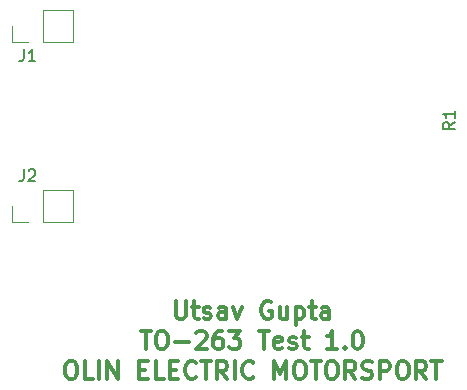
<source format=gbr>
G04 #@! TF.FileFunction,Legend,Top*
%FSLAX46Y46*%
G04 Gerber Fmt 4.6, Leading zero omitted, Abs format (unit mm)*
G04 Created by KiCad (PCBNEW 4.0.7-e2-6376~58~ubuntu16.04.1) date Fri Nov 24 11:23:52 2017*
%MOMM*%
%LPD*%
G01*
G04 APERTURE LIST*
%ADD10C,0.100000*%
%ADD11C,0.300000*%
%ADD12C,0.120000*%
%ADD13C,0.150000*%
G04 APERTURE END LIST*
D10*
D11*
X125469999Y-124908571D02*
X125755713Y-124908571D01*
X125898571Y-124980000D01*
X126041428Y-125122857D01*
X126112856Y-125408571D01*
X126112856Y-125908571D01*
X126041428Y-126194286D01*
X125898571Y-126337143D01*
X125755713Y-126408571D01*
X125469999Y-126408571D01*
X125327142Y-126337143D01*
X125184285Y-126194286D01*
X125112856Y-125908571D01*
X125112856Y-125408571D01*
X125184285Y-125122857D01*
X125327142Y-124980000D01*
X125469999Y-124908571D01*
X127470000Y-126408571D02*
X126755714Y-126408571D01*
X126755714Y-124908571D01*
X127970000Y-126408571D02*
X127970000Y-124908571D01*
X128684286Y-126408571D02*
X128684286Y-124908571D01*
X129541429Y-126408571D01*
X129541429Y-124908571D01*
X131398572Y-125622857D02*
X131898572Y-125622857D01*
X132112858Y-126408571D02*
X131398572Y-126408571D01*
X131398572Y-124908571D01*
X132112858Y-124908571D01*
X133470001Y-126408571D02*
X132755715Y-126408571D01*
X132755715Y-124908571D01*
X133970001Y-125622857D02*
X134470001Y-125622857D01*
X134684287Y-126408571D02*
X133970001Y-126408571D01*
X133970001Y-124908571D01*
X134684287Y-124908571D01*
X136184287Y-126265714D02*
X136112858Y-126337143D01*
X135898572Y-126408571D01*
X135755715Y-126408571D01*
X135541430Y-126337143D01*
X135398572Y-126194286D01*
X135327144Y-126051429D01*
X135255715Y-125765714D01*
X135255715Y-125551429D01*
X135327144Y-125265714D01*
X135398572Y-125122857D01*
X135541430Y-124980000D01*
X135755715Y-124908571D01*
X135898572Y-124908571D01*
X136112858Y-124980000D01*
X136184287Y-125051429D01*
X136612858Y-124908571D02*
X137470001Y-124908571D01*
X137041430Y-126408571D02*
X137041430Y-124908571D01*
X138827144Y-126408571D02*
X138327144Y-125694286D01*
X137970001Y-126408571D02*
X137970001Y-124908571D01*
X138541429Y-124908571D01*
X138684287Y-124980000D01*
X138755715Y-125051429D01*
X138827144Y-125194286D01*
X138827144Y-125408571D01*
X138755715Y-125551429D01*
X138684287Y-125622857D01*
X138541429Y-125694286D01*
X137970001Y-125694286D01*
X139470001Y-126408571D02*
X139470001Y-124908571D01*
X141041430Y-126265714D02*
X140970001Y-126337143D01*
X140755715Y-126408571D01*
X140612858Y-126408571D01*
X140398573Y-126337143D01*
X140255715Y-126194286D01*
X140184287Y-126051429D01*
X140112858Y-125765714D01*
X140112858Y-125551429D01*
X140184287Y-125265714D01*
X140255715Y-125122857D01*
X140398573Y-124980000D01*
X140612858Y-124908571D01*
X140755715Y-124908571D01*
X140970001Y-124980000D01*
X141041430Y-125051429D01*
X142827144Y-126408571D02*
X142827144Y-124908571D01*
X143327144Y-125980000D01*
X143827144Y-124908571D01*
X143827144Y-126408571D01*
X144827144Y-124908571D02*
X145112858Y-124908571D01*
X145255716Y-124980000D01*
X145398573Y-125122857D01*
X145470001Y-125408571D01*
X145470001Y-125908571D01*
X145398573Y-126194286D01*
X145255716Y-126337143D01*
X145112858Y-126408571D01*
X144827144Y-126408571D01*
X144684287Y-126337143D01*
X144541430Y-126194286D01*
X144470001Y-125908571D01*
X144470001Y-125408571D01*
X144541430Y-125122857D01*
X144684287Y-124980000D01*
X144827144Y-124908571D01*
X145898573Y-124908571D02*
X146755716Y-124908571D01*
X146327145Y-126408571D02*
X146327145Y-124908571D01*
X147541430Y-124908571D02*
X147827144Y-124908571D01*
X147970002Y-124980000D01*
X148112859Y-125122857D01*
X148184287Y-125408571D01*
X148184287Y-125908571D01*
X148112859Y-126194286D01*
X147970002Y-126337143D01*
X147827144Y-126408571D01*
X147541430Y-126408571D01*
X147398573Y-126337143D01*
X147255716Y-126194286D01*
X147184287Y-125908571D01*
X147184287Y-125408571D01*
X147255716Y-125122857D01*
X147398573Y-124980000D01*
X147541430Y-124908571D01*
X149684288Y-126408571D02*
X149184288Y-125694286D01*
X148827145Y-126408571D02*
X148827145Y-124908571D01*
X149398573Y-124908571D01*
X149541431Y-124980000D01*
X149612859Y-125051429D01*
X149684288Y-125194286D01*
X149684288Y-125408571D01*
X149612859Y-125551429D01*
X149541431Y-125622857D01*
X149398573Y-125694286D01*
X148827145Y-125694286D01*
X150255716Y-126337143D02*
X150470002Y-126408571D01*
X150827145Y-126408571D01*
X150970002Y-126337143D01*
X151041431Y-126265714D01*
X151112859Y-126122857D01*
X151112859Y-125980000D01*
X151041431Y-125837143D01*
X150970002Y-125765714D01*
X150827145Y-125694286D01*
X150541431Y-125622857D01*
X150398573Y-125551429D01*
X150327145Y-125480000D01*
X150255716Y-125337143D01*
X150255716Y-125194286D01*
X150327145Y-125051429D01*
X150398573Y-124980000D01*
X150541431Y-124908571D01*
X150898573Y-124908571D01*
X151112859Y-124980000D01*
X151755716Y-126408571D02*
X151755716Y-124908571D01*
X152327144Y-124908571D01*
X152470002Y-124980000D01*
X152541430Y-125051429D01*
X152612859Y-125194286D01*
X152612859Y-125408571D01*
X152541430Y-125551429D01*
X152470002Y-125622857D01*
X152327144Y-125694286D01*
X151755716Y-125694286D01*
X153541430Y-124908571D02*
X153827144Y-124908571D01*
X153970002Y-124980000D01*
X154112859Y-125122857D01*
X154184287Y-125408571D01*
X154184287Y-125908571D01*
X154112859Y-126194286D01*
X153970002Y-126337143D01*
X153827144Y-126408571D01*
X153541430Y-126408571D01*
X153398573Y-126337143D01*
X153255716Y-126194286D01*
X153184287Y-125908571D01*
X153184287Y-125408571D01*
X153255716Y-125122857D01*
X153398573Y-124980000D01*
X153541430Y-124908571D01*
X155684288Y-126408571D02*
X155184288Y-125694286D01*
X154827145Y-126408571D02*
X154827145Y-124908571D01*
X155398573Y-124908571D01*
X155541431Y-124980000D01*
X155612859Y-125051429D01*
X155684288Y-125194286D01*
X155684288Y-125408571D01*
X155612859Y-125551429D01*
X155541431Y-125622857D01*
X155398573Y-125694286D01*
X154827145Y-125694286D01*
X156112859Y-124908571D02*
X156970002Y-124908571D01*
X156541431Y-126408571D02*
X156541431Y-124908571D01*
X134470000Y-119823571D02*
X134470000Y-121037857D01*
X134541428Y-121180714D01*
X134612857Y-121252143D01*
X134755714Y-121323571D01*
X135041428Y-121323571D01*
X135184286Y-121252143D01*
X135255714Y-121180714D01*
X135327143Y-121037857D01*
X135327143Y-119823571D01*
X135827143Y-120323571D02*
X136398572Y-120323571D01*
X136041429Y-119823571D02*
X136041429Y-121109286D01*
X136112857Y-121252143D01*
X136255715Y-121323571D01*
X136398572Y-121323571D01*
X136827143Y-121252143D02*
X136970000Y-121323571D01*
X137255715Y-121323571D01*
X137398572Y-121252143D01*
X137470000Y-121109286D01*
X137470000Y-121037857D01*
X137398572Y-120895000D01*
X137255715Y-120823571D01*
X137041429Y-120823571D01*
X136898572Y-120752143D01*
X136827143Y-120609286D01*
X136827143Y-120537857D01*
X136898572Y-120395000D01*
X137041429Y-120323571D01*
X137255715Y-120323571D01*
X137398572Y-120395000D01*
X138755715Y-121323571D02*
X138755715Y-120537857D01*
X138684286Y-120395000D01*
X138541429Y-120323571D01*
X138255715Y-120323571D01*
X138112858Y-120395000D01*
X138755715Y-121252143D02*
X138612858Y-121323571D01*
X138255715Y-121323571D01*
X138112858Y-121252143D01*
X138041429Y-121109286D01*
X138041429Y-120966429D01*
X138112858Y-120823571D01*
X138255715Y-120752143D01*
X138612858Y-120752143D01*
X138755715Y-120680714D01*
X139327144Y-120323571D02*
X139684287Y-121323571D01*
X140041429Y-120323571D01*
X142541429Y-119895000D02*
X142398572Y-119823571D01*
X142184286Y-119823571D01*
X141970001Y-119895000D01*
X141827143Y-120037857D01*
X141755715Y-120180714D01*
X141684286Y-120466429D01*
X141684286Y-120680714D01*
X141755715Y-120966429D01*
X141827143Y-121109286D01*
X141970001Y-121252143D01*
X142184286Y-121323571D01*
X142327143Y-121323571D01*
X142541429Y-121252143D01*
X142612858Y-121180714D01*
X142612858Y-120680714D01*
X142327143Y-120680714D01*
X143898572Y-120323571D02*
X143898572Y-121323571D01*
X143255715Y-120323571D02*
X143255715Y-121109286D01*
X143327143Y-121252143D01*
X143470001Y-121323571D01*
X143684286Y-121323571D01*
X143827143Y-121252143D01*
X143898572Y-121180714D01*
X144612858Y-120323571D02*
X144612858Y-121823571D01*
X144612858Y-120395000D02*
X144755715Y-120323571D01*
X145041429Y-120323571D01*
X145184286Y-120395000D01*
X145255715Y-120466429D01*
X145327144Y-120609286D01*
X145327144Y-121037857D01*
X145255715Y-121180714D01*
X145184286Y-121252143D01*
X145041429Y-121323571D01*
X144755715Y-121323571D01*
X144612858Y-121252143D01*
X145755715Y-120323571D02*
X146327144Y-120323571D01*
X145970001Y-119823571D02*
X145970001Y-121109286D01*
X146041429Y-121252143D01*
X146184287Y-121323571D01*
X146327144Y-121323571D01*
X147470001Y-121323571D02*
X147470001Y-120537857D01*
X147398572Y-120395000D01*
X147255715Y-120323571D01*
X146970001Y-120323571D01*
X146827144Y-120395000D01*
X147470001Y-121252143D02*
X147327144Y-121323571D01*
X146970001Y-121323571D01*
X146827144Y-121252143D01*
X146755715Y-121109286D01*
X146755715Y-120966429D01*
X146827144Y-120823571D01*
X146970001Y-120752143D01*
X147327144Y-120752143D01*
X147470001Y-120680714D01*
X131505715Y-122373571D02*
X132362858Y-122373571D01*
X131934287Y-123873571D02*
X131934287Y-122373571D01*
X133148572Y-122373571D02*
X133434286Y-122373571D01*
X133577144Y-122445000D01*
X133720001Y-122587857D01*
X133791429Y-122873571D01*
X133791429Y-123373571D01*
X133720001Y-123659286D01*
X133577144Y-123802143D01*
X133434286Y-123873571D01*
X133148572Y-123873571D01*
X133005715Y-123802143D01*
X132862858Y-123659286D01*
X132791429Y-123373571D01*
X132791429Y-122873571D01*
X132862858Y-122587857D01*
X133005715Y-122445000D01*
X133148572Y-122373571D01*
X134434287Y-123302143D02*
X135577144Y-123302143D01*
X136220001Y-122516429D02*
X136291430Y-122445000D01*
X136434287Y-122373571D01*
X136791430Y-122373571D01*
X136934287Y-122445000D01*
X137005716Y-122516429D01*
X137077144Y-122659286D01*
X137077144Y-122802143D01*
X137005716Y-123016429D01*
X136148573Y-123873571D01*
X137077144Y-123873571D01*
X138362858Y-122373571D02*
X138077144Y-122373571D01*
X137934287Y-122445000D01*
X137862858Y-122516429D01*
X137720001Y-122730714D01*
X137648572Y-123016429D01*
X137648572Y-123587857D01*
X137720001Y-123730714D01*
X137791429Y-123802143D01*
X137934287Y-123873571D01*
X138220001Y-123873571D01*
X138362858Y-123802143D01*
X138434287Y-123730714D01*
X138505715Y-123587857D01*
X138505715Y-123230714D01*
X138434287Y-123087857D01*
X138362858Y-123016429D01*
X138220001Y-122945000D01*
X137934287Y-122945000D01*
X137791429Y-123016429D01*
X137720001Y-123087857D01*
X137648572Y-123230714D01*
X139005715Y-122373571D02*
X139934286Y-122373571D01*
X139434286Y-122945000D01*
X139648572Y-122945000D01*
X139791429Y-123016429D01*
X139862858Y-123087857D01*
X139934286Y-123230714D01*
X139934286Y-123587857D01*
X139862858Y-123730714D01*
X139791429Y-123802143D01*
X139648572Y-123873571D01*
X139220000Y-123873571D01*
X139077143Y-123802143D01*
X139005715Y-123730714D01*
X141505714Y-122373571D02*
X142362857Y-122373571D01*
X141934286Y-123873571D02*
X141934286Y-122373571D01*
X143434285Y-123802143D02*
X143291428Y-123873571D01*
X143005714Y-123873571D01*
X142862857Y-123802143D01*
X142791428Y-123659286D01*
X142791428Y-123087857D01*
X142862857Y-122945000D01*
X143005714Y-122873571D01*
X143291428Y-122873571D01*
X143434285Y-122945000D01*
X143505714Y-123087857D01*
X143505714Y-123230714D01*
X142791428Y-123373571D01*
X144077142Y-123802143D02*
X144219999Y-123873571D01*
X144505714Y-123873571D01*
X144648571Y-123802143D01*
X144719999Y-123659286D01*
X144719999Y-123587857D01*
X144648571Y-123445000D01*
X144505714Y-123373571D01*
X144291428Y-123373571D01*
X144148571Y-123302143D01*
X144077142Y-123159286D01*
X144077142Y-123087857D01*
X144148571Y-122945000D01*
X144291428Y-122873571D01*
X144505714Y-122873571D01*
X144648571Y-122945000D01*
X145148571Y-122873571D02*
X145720000Y-122873571D01*
X145362857Y-122373571D02*
X145362857Y-123659286D01*
X145434285Y-123802143D01*
X145577143Y-123873571D01*
X145720000Y-123873571D01*
X148148571Y-123873571D02*
X147291428Y-123873571D01*
X147720000Y-123873571D02*
X147720000Y-122373571D01*
X147577143Y-122587857D01*
X147434285Y-122730714D01*
X147291428Y-122802143D01*
X148791428Y-123730714D02*
X148862856Y-123802143D01*
X148791428Y-123873571D01*
X148719999Y-123802143D01*
X148791428Y-123730714D01*
X148791428Y-123873571D01*
X149791428Y-122373571D02*
X149934285Y-122373571D01*
X150077142Y-122445000D01*
X150148571Y-122516429D01*
X150220000Y-122659286D01*
X150291428Y-122945000D01*
X150291428Y-123302143D01*
X150220000Y-123587857D01*
X150148571Y-123730714D01*
X150077142Y-123802143D01*
X149934285Y-123873571D01*
X149791428Y-123873571D01*
X149648571Y-123802143D01*
X149577142Y-123730714D01*
X149505714Y-123587857D01*
X149434285Y-123302143D01*
X149434285Y-122945000D01*
X149505714Y-122659286D01*
X149577142Y-122516429D01*
X149648571Y-122445000D01*
X149791428Y-122373571D01*
D12*
X125790000Y-97850000D02*
X125790000Y-95190000D01*
X123190000Y-97850000D02*
X125790000Y-97850000D01*
X123190000Y-95190000D02*
X125790000Y-95190000D01*
X123190000Y-97850000D02*
X123190000Y-95190000D01*
X121920000Y-97850000D02*
X120590000Y-97850000D01*
X120590000Y-97850000D02*
X120590000Y-96520000D01*
X125790000Y-113090000D02*
X125790000Y-110430000D01*
X123190000Y-113090000D02*
X125790000Y-113090000D01*
X123190000Y-110430000D02*
X125790000Y-110430000D01*
X123190000Y-113090000D02*
X123190000Y-110430000D01*
X121920000Y-113090000D02*
X120590000Y-113090000D01*
X120590000Y-113090000D02*
X120590000Y-111760000D01*
D13*
X121586667Y-98512381D02*
X121586667Y-99226667D01*
X121539047Y-99369524D01*
X121443809Y-99464762D01*
X121300952Y-99512381D01*
X121205714Y-99512381D01*
X122586667Y-99512381D02*
X122015238Y-99512381D01*
X122300952Y-99512381D02*
X122300952Y-98512381D01*
X122205714Y-98655238D01*
X122110476Y-98750476D01*
X122015238Y-98798095D01*
X121586667Y-108672381D02*
X121586667Y-109386667D01*
X121539047Y-109529524D01*
X121443809Y-109624762D01*
X121300952Y-109672381D01*
X121205714Y-109672381D01*
X122015238Y-108767619D02*
X122062857Y-108720000D01*
X122158095Y-108672381D01*
X122396191Y-108672381D01*
X122491429Y-108720000D01*
X122539048Y-108767619D01*
X122586667Y-108862857D01*
X122586667Y-108958095D01*
X122539048Y-109100952D01*
X121967619Y-109672381D01*
X122586667Y-109672381D01*
X158097481Y-104662266D02*
X157621290Y-104995600D01*
X158097481Y-105233695D02*
X157097481Y-105233695D01*
X157097481Y-104852742D01*
X157145100Y-104757504D01*
X157192719Y-104709885D01*
X157287957Y-104662266D01*
X157430814Y-104662266D01*
X157526052Y-104709885D01*
X157573671Y-104757504D01*
X157621290Y-104852742D01*
X157621290Y-105233695D01*
X158097481Y-103709885D02*
X158097481Y-104281314D01*
X158097481Y-103995600D02*
X157097481Y-103995600D01*
X157240338Y-104090838D01*
X157335576Y-104186076D01*
X157383195Y-104281314D01*
M02*

</source>
